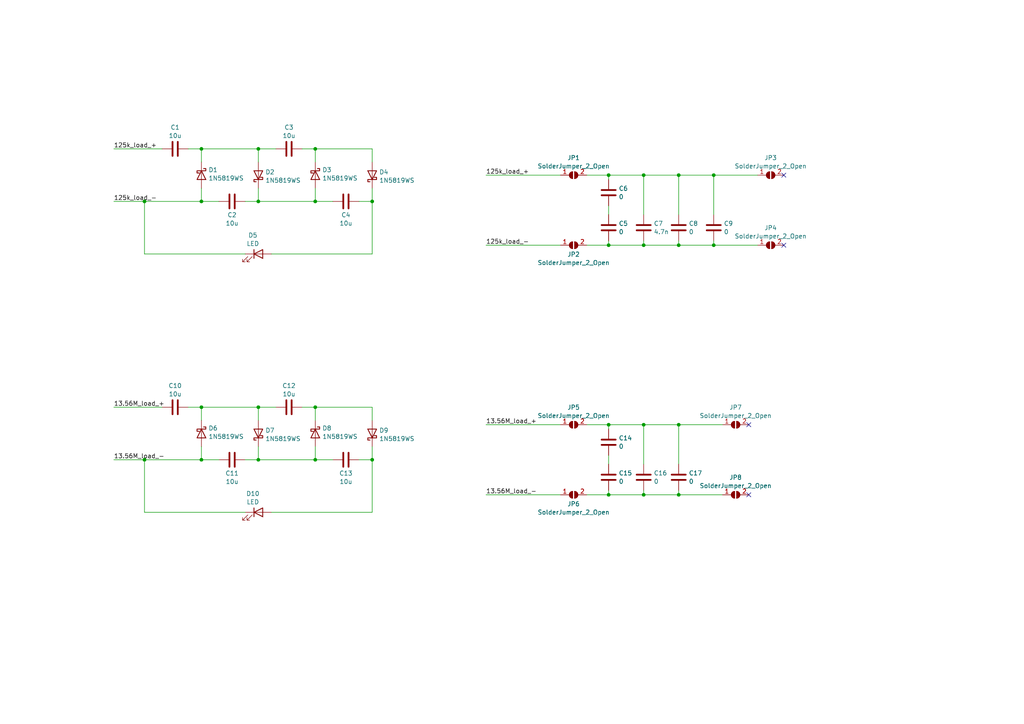
<source format=kicad_sch>
(kicad_sch (version 20230121) (generator eeschema)
  (paper "A4")
  (title_block (title "RFIDetector") (rev "0.2") (company "wh201906"))
  (lib_symbols
    (symbol "Device:C" (pin_numbers hide) (pin_names (offset 0.254))
      (property "Reference" "C" (at 0.635 2.54 0))
      (property "Value" "C" (at 0.635 -2.54 0))
      (symbol "C_0_1"
        (polyline (pts (xy -2.032 -0.762) (xy 2.032 -0.762)) (stroke (width 0.508)))
        (polyline (pts (xy -2.032 0.762) (xy 2.032 0.762)) (stroke (width 0.508)))
      )
      (symbol "C_1_1"
        (pin passive line (at 0 3.81 270) (length 2.794) (name "~") (number "1"))
        (pin passive line (at 0 -3.81 90) (length 2.794) (name "~") (number "2"))
      )
    )
    (symbol "Device:LED" (pin_numbers hide) (pin_names (offset 1.016) hide)
      (property "Reference" "D" (at 0 2.54 0))
      (property "Value" "LED" (at 0 -2.54 0))
      (symbol "LED_0_1"
        (polyline (pts (xy -1.27 -1.27) (xy -1.27 1.27)) (stroke (width 0.254)))
        (polyline (pts (xy -1.27 0) (xy 1.27 0)))
        (polyline (pts (xy 1.27 -1.27) (xy 1.27 1.27) (xy -1.27 0) (xy 1.27 -1.27)) (stroke (width 0.254)))
        (polyline (pts (xy -3.048 -0.762) (xy -4.572 -2.286) (xy -3.81 -2.286) (xy -4.572 -2.286) (xy -4.572 -1.524)))
        (polyline (pts (xy -1.778 -0.762) (xy -3.302 -2.286) (xy -2.54 -2.286) (xy -3.302 -2.286) (xy -3.302 -1.524)))
      )
      (symbol "LED_1_1"
        (pin passive line (at -3.81 0 0) (length 2.54) (name "K") (number "1"))
        (pin passive line (at 3.81 0 180) (length 2.54) (name "A") (number "2"))
      )
    )
    (symbol "Diode:1N5819WS" (pin_numbers hide) (pin_names (offset 1.016) hide)
      (property "Reference" "D" (at 0 2.54 0))
      (property "Value" "1N5819WS" (at 0 -2.54 0))
      (symbol "1N5819WS_0_1"
        (polyline (pts (xy 1.27 0) (xy -1.27 0)))
        (polyline (pts (xy 1.27 1.27) (xy 1.27 -1.27) (xy -1.27 0) (xy 1.27 1.27)) (stroke (width 0.254)))
        (polyline (pts (xy -1.905 0.635) (xy -1.905 1.27) (xy -1.27 1.27) (xy -1.27 -1.27) (xy -0.635 -1.27) (xy -0.635 -0.635)) (stroke (width 0.254)))
      )
      (symbol "1N5819WS_1_1"
        (pin passive line (at -3.81 0 0) (length 2.54) (name "K") (number "1"))
        (pin passive line (at 3.81 0 180) (length 2.54) (name "A") (number "2"))
      )
    )
    (symbol "Jumper:SolderJumper_2_Open" (pin_names (offset 0) hide)
      (property "Reference" "JP" (at 0 2.032 0))
      (property "Value" "SolderJumper_2_Open" (at 0 -2.54 0))
      (symbol "SolderJumper_2_Open_0_1"
        (arc (start -0.254 1.016) (mid -1.2656 0) (end -0.254 -1.016))
        (arc (start -0.254 1.016) (mid -1.2656 0) (end -0.254 -1.016) (fill (type outline)))
        (polyline (pts (xy -0.254 1.016) (xy -0.254 -1.016)))
        (polyline (pts (xy 0.254 1.016) (xy 0.254 -1.016)))
        (arc (start 0.254 -1.016) (mid 1.2656 0) (end 0.254 1.016))
        (arc (start 0.254 -1.016) (mid 1.2656 0) (end 0.254 1.016) (fill (type outline)))
      )
      (symbol "SolderJumper_2_Open_1_1"
        (pin passive line (at -3.81 0 0) (length 2.54) (name "A") (number "1"))
        (pin passive line (at 3.81 0 180) (length 2.54) (name "B") (number "2"))
      )
    )
  )
  (junction (at 186.69 143.51))
  (junction (at 176.53 143.51))
  (junction (at 207.01 50.8))
  (junction (at 186.69 71.12))
  (junction (at 91.44 118.11))
  (junction (at 91.44 43.18))
  (junction (at 196.85 71.12))
  (junction (at 196.85 50.8))
  (junction (at 41.91 58.42))
  (junction (at 186.69 123.19))
  (junction (at 58.42 118.11))
  (junction (at 74.93 133.35))
  (junction (at 207.01 71.12))
  (junction (at 107.95 133.35))
  (junction (at 176.53 123.19))
  (junction (at 107.95 58.42))
  (junction (at 58.42 43.18))
  (junction (at 74.93 118.11))
  (junction (at 58.42 133.35))
  (junction (at 74.93 43.18))
  (junction (at 186.69 50.8))
  (junction (at 74.93 58.42))
  (junction (at 196.85 143.51))
  (junction (at 91.44 58.42))
  (junction (at 91.44 133.35))
  (junction (at 196.85 123.19))
  (junction (at 176.53 50.8))
  (junction (at 58.42 58.42))
  (junction (at 41.91 133.35))
  (junction (at 176.53 71.12))
  (no_connect (at 227.33 50.8))
  (no_connect (at 217.17 123.19))
  (no_connect (at 227.33 71.12))
  (no_connect (at 217.17 143.51))
  (wire (pts (xy 91.44 58.42) (xy 96.52 58.42)))
  (wire (pts (xy 107.95 58.42) (xy 107.95 73.66)))
  (wire (pts (xy 58.42 129.54) (xy 58.42 133.35)))
  (wire (pts (xy 207.01 71.12) (xy 219.71 71.12)))
  (wire (pts (xy 140.97 123.19) (xy 162.56 123.19)))
  (wire (pts (xy 33.02 43.18) (xy 46.99 43.18)))
  (wire (pts (xy 186.69 123.19) (xy 196.85 123.19)))
  (wire (pts (xy 186.69 62.23) (xy 186.69 50.8)))
  (wire (pts (xy 58.42 46.99) (xy 58.42 43.18)))
  (wire (pts (xy 196.85 71.12) (xy 186.69 71.12)))
  (wire (pts (xy 58.42 118.11) (xy 74.93 118.11)))
  (wire (pts (xy 196.85 143.51) (xy 196.85 142.24)))
  (wire (pts (xy 91.44 58.42) (xy 91.44 54.61)))
  (wire (pts (xy 74.93 46.99) (xy 74.93 43.18)))
  (wire (pts (xy 107.95 148.59) (xy 78.74 148.59)))
  (wire (pts (xy 207.01 62.23) (xy 207.01 50.8)))
  (wire (pts (xy 186.69 143.51) (xy 196.85 143.51)))
  (wire (pts (xy 87.63 43.18) (xy 91.44 43.18)))
  (wire (pts (xy 33.02 118.11) (xy 46.99 118.11)))
  (wire (pts (xy 107.95 43.18) (xy 91.44 43.18)))
  (wire (pts (xy 33.02 58.42) (xy 41.91 58.42)))
  (wire (pts (xy 186.69 143.51) (xy 186.69 142.24)))
  (wire (pts (xy 91.44 133.35) (xy 96.52 133.35)))
  (wire (pts (xy 140.97 50.8) (xy 162.56 50.8)))
  (wire (pts (xy 176.53 59.69) (xy 176.53 62.23)))
  (wire (pts (xy 54.61 43.18) (xy 58.42 43.18)))
  (wire (pts (xy 107.95 73.66) (xy 78.74 73.66)))
  (wire (pts (xy 74.93 133.35) (xy 91.44 133.35)))
  (wire (pts (xy 186.69 71.12) (xy 186.69 69.85)))
  (wire (pts (xy 74.93 58.42) (xy 91.44 58.42)))
  (wire (pts (xy 41.91 58.42) (xy 58.42 58.42)))
  (wire (pts (xy 176.53 71.12) (xy 176.53 69.85)))
  (wire (pts (xy 87.63 118.11) (xy 91.44 118.11)))
  (wire (pts (xy 54.61 118.11) (xy 58.42 118.11)))
  (wire (pts (xy 196.85 71.12) (xy 196.85 69.85)))
  (wire (pts (xy 140.97 71.12) (xy 162.56 71.12)))
  (wire (pts (xy 207.01 50.8) (xy 219.71 50.8)))
  (wire (pts (xy 170.18 71.12) (xy 176.53 71.12)))
  (wire (pts (xy 71.12 58.42) (xy 74.93 58.42)))
  (wire (pts (xy 186.69 134.62) (xy 186.69 123.19)))
  (wire (pts (xy 74.93 58.42) (xy 74.93 54.61)))
  (wire (pts (xy 71.12 133.35) (xy 74.93 133.35)))
  (wire (pts (xy 176.53 71.12) (xy 186.69 71.12)))
  (wire (pts (xy 176.53 143.51) (xy 176.53 142.24)))
  (wire (pts (xy 196.85 50.8) (xy 207.01 50.8)))
  (wire (pts (xy 170.18 143.51) (xy 176.53 143.51)))
  (wire (pts (xy 74.93 118.11) (xy 80.01 118.11)))
  (wire (pts (xy 107.95 46.99) (xy 107.95 43.18)))
  (wire (pts (xy 58.42 43.18) (xy 74.93 43.18)))
  (wire (pts (xy 107.95 133.35) (xy 107.95 129.54)))
  (wire (pts (xy 41.91 148.59) (xy 41.91 133.35)))
  (wire (pts (xy 107.95 118.11) (xy 91.44 118.11)))
  (wire (pts (xy 196.85 134.62) (xy 196.85 123.19)))
  (wire (pts (xy 140.97 143.51) (xy 162.56 143.51)))
  (wire (pts (xy 196.85 62.23) (xy 196.85 50.8)))
  (wire (pts (xy 107.95 121.92) (xy 107.95 118.11)))
  (wire (pts (xy 176.53 143.51) (xy 186.69 143.51)))
  (wire (pts (xy 196.85 143.51) (xy 209.55 143.51)))
  (wire (pts (xy 207.01 69.85) (xy 207.01 71.12)))
  (wire (pts (xy 176.53 123.19) (xy 186.69 123.19)))
  (wire (pts (xy 41.91 73.66) (xy 41.91 58.42)))
  (wire (pts (xy 33.02 133.35) (xy 41.91 133.35)))
  (wire (pts (xy 104.14 58.42) (xy 107.95 58.42)))
  (wire (pts (xy 74.93 43.18) (xy 80.01 43.18)))
  (wire (pts (xy 91.44 43.18) (xy 91.44 46.99)))
  (wire (pts (xy 74.93 121.92) (xy 74.93 118.11)))
  (wire (pts (xy 91.44 118.11) (xy 91.44 121.92)))
  (wire (pts (xy 41.91 133.35) (xy 58.42 133.35)))
  (wire (pts (xy 107.95 58.42) (xy 107.95 54.61)))
  (wire (pts (xy 176.53 134.62) (xy 176.53 132.08)))
  (wire (pts (xy 107.95 133.35) (xy 107.95 148.59)))
  (wire (pts (xy 176.53 50.8) (xy 186.69 50.8)))
  (wire (pts (xy 170.18 123.19) (xy 176.53 123.19)))
  (wire (pts (xy 58.42 54.61) (xy 58.42 58.42)))
  (wire (pts (xy 207.01 71.12) (xy 196.85 71.12)))
  (wire (pts (xy 58.42 58.42) (xy 63.5 58.42)))
  (wire (pts (xy 58.42 121.92) (xy 58.42 118.11)))
  (wire (pts (xy 170.18 50.8) (xy 176.53 50.8)))
  (wire (pts (xy 71.12 148.59) (xy 41.91 148.59)))
  (wire (pts (xy 58.42 133.35) (xy 63.5 133.35)))
  (wire (pts (xy 71.12 73.66) (xy 41.91 73.66)))
  (wire (pts (xy 196.85 123.19) (xy 209.55 123.19)))
  (wire (pts (xy 104.14 133.35) (xy 107.95 133.35)))
  (wire (pts (xy 74.93 133.35) (xy 74.93 129.54)))
  (wire (pts (xy 186.69 50.8) (xy 196.85 50.8)))
  (wire (pts (xy 91.44 133.35) (xy 91.44 129.54)))
  (wire (pts (xy 176.53 52.07) (xy 176.53 50.8)))
  (wire (pts (xy 176.53 124.46) (xy 176.53 123.19)))
  (label "13.56M_load_-" (at 140.97 143.51 0))
  (label "13.56M_load_+" (at 140.97 123.19 0))
  (label "125k_load_-" (at 33.02 58.42 0))
  (label "125k_load_+" (at 140.97 50.8 0))
  (label "125k_load_-" (at 140.97 71.12 0))
  (label "125k_load_+" (at 33.02 43.18 0))
  (label "13.56M_load_-" (at 33.02 133.35 0))
  (label "13.56M_load_+" (at 33.02 118.11 0))
  (symbol (lib_id "Device:C") (at 186.69 66.04 0) (mirror y) (unit 1)
    (property "Reference" "C7" (at 189.611 64.8279 0) (effects (justify right)))
    (property "Value" "4.7n" (at 189.611 67.2521 0) (effects (justify right)))
    (property "Footprint" "Capacitor_SMD:C_0603_1608Metric_Pad1.08x0.95mm_HandSolder" (effects hide))
  )
  (symbol (lib_id "Jumper:SolderJumper_2_Open") (at 223.52 71.12 0) (unit 1)
    (property "Reference" "JP4" (at 223.52 66.0867 0))
    (property "Value" "SolderJumper_2_Open" (at 223.52 68.5109 0))
    (property "Footprint" "Jumper:SolderJumper-2_P1.3mm_Open_RoundedPad1.0x1.5mm" (effects hide))
  )
  (symbol (lib_id "Jumper:SolderJumper_2_Open") (at 166.37 50.8 0) (unit 1)
    (property "Reference" "JP1" (at 166.37 45.7667 0))
    (property "Value" "SolderJumper_2_Open" (at 166.37 48.1909 0))
    (property "Footprint" "Jumper:SolderJumper-2_P1.3mm_Open_RoundedPad1.0x1.5mm" (effects hide))
  )
  (symbol (lib_id "Device:C") (at 196.85 138.43 180) (unit 1)
    (property "Reference" "C17" (at 199.771 137.2179 0) (effects (justify right)))
    (property "Value" "0" (at 199.771 139.6421 0) (effects (justify right)))
    (property "Footprint" "Capacitor_SMD:C_0603_1608Metric_Pad1.08x0.95mm_HandSolder" (effects hide))
  )
  (symbol (lib_id "Diode:1N5819WS") (at 74.93 125.73 90) (unit 1)
    (property "Reference" "D7" (at 76.962 124.8354 90) (effects (justify right)))
    (property "Value" "1N5819WS" (at 76.962 127.2596 90) (effects (justify right)))
    (property "Footprint" "Diode_SMD:D_SOD-323_HandSoldering" (effects hide))
    (property "Datasheet" "https://datasheet.lcsc.com/lcsc/2204281430_Guangdong-Hottech-1N5819WS_C191023.pdf" (effects hide))
  )
  (symbol (lib_id "Jumper:SolderJumper_2_Open") (at 213.36 123.19 0) (unit 1)
    (property "Reference" "JP7" (at 213.36 118.1567 0))
    (property "Value" "SolderJumper_2_Open" (at 213.36 120.5809 0))
    (property "Footprint" "Jumper:SolderJumper-2_P1.3mm_Open_RoundedPad1.0x1.5mm" (effects hide))
  )
  (symbol (lib_id "Device:LED") (at 74.93 148.59 0) (unit 1)
    (property "Reference" "D10" (at 73.3425 143.1757 0))
    (property "Value" "LED" (at 73.3425 145.5999 0))
    (property "Footprint" "LED_SMD:LED_0603_1608Metric_Pad1.05x0.95mm_HandSolder" (effects hide))
  )
  (symbol (lib_id "Jumper:SolderJumper_2_Open") (at 166.37 123.19 0) (unit 1)
    (property "Reference" "JP5" (at 166.37 118.1567 0))
    (property "Value" "SolderJumper_2_Open" (at 166.37 120.5809 0))
    (property "Footprint" "Jumper:SolderJumper-2_P1.3mm_Open_RoundedPad1.0x1.5mm" (effects hide))
  )
  (symbol (lib_id "Jumper:SolderJumper_2_Open") (at 166.37 71.12 0) (unit 1)
    (property "Reference" "JP2" (at 166.37 73.7758 0))
    (property "Value" "SolderJumper_2_Open" (at 166.37 76.2 0))
    (property "Footprint" "Jumper:SolderJumper-2_P1.3mm_Open_RoundedPad1.0x1.5mm" (effects hide))
  )
  (symbol (lib_id "Device:LED") (at 74.93 73.66 0) (unit 1)
    (property "Reference" "D5" (at 73.3425 68.2457 0))
    (property "Value" "LED" (at 73.3425 70.6699 0))
    (property "Footprint" "LED_SMD:LED_0603_1608Metric_Pad1.05x0.95mm_HandSolder" (effects hide))
  )
  (symbol (lib_id "Device:C") (at 207.01 66.04 0) (mirror y) (unit 1)
    (property "Reference" "C9" (at 209.931 64.8279 0) (effects (justify right)))
    (property "Value" "0" (at 209.931 67.2521 0) (effects (justify right)))
    (property "Footprint" "Capacitor_SMD:C_0603_1608Metric_Pad1.08x0.95mm_HandSolder" (effects hide))
  )
  (symbol (lib_id "Jumper:SolderJumper_2_Open") (at 166.37 143.51 0) (unit 1)
    (property "Reference" "JP6" (at 166.37 146.1658 0))
    (property "Value" "SolderJumper_2_Open" (at 166.37 148.59 0))
    (property "Footprint" "Jumper:SolderJumper-2_P1.3mm_Open_RoundedPad1.0x1.5mm" (effects hide))
  )
  (symbol (lib_id "Diode:1N5819WS") (at 107.95 125.73 90) (unit 1)
    (property "Reference" "D9" (at 109.982 124.8354 90) (effects (justify right)))
    (property "Value" "1N5819WS" (at 109.982 127.2596 90) (effects (justify right)))
    (property "Footprint" "Diode_SMD:D_SOD-323_HandSoldering" (effects hide))
    (property "Datasheet" "https://datasheet.lcsc.com/lcsc/2204281430_Guangdong-Hottech-1N5819WS_C191023.pdf" (effects hide))
  )
  (symbol (lib_id "Device:C") (at 176.53 55.88 180) (unit 1)
    (property "Reference" "C6" (at 179.451 54.6679 0) (effects (justify right)))
    (property "Value" "0" (at 179.451 57.0921 0) (effects (justify right)))
    (property "Footprint" "Capacitor_SMD:C_0603_1608Metric_Pad1.08x0.95mm_HandSolder" (effects hide))
  )
  (symbol (lib_id "Device:C") (at 67.31 58.42 90) (unit 1)
    (property "Reference" "C2" (at 67.31 62.3458 90))
    (property "Value" "10u" (at 67.31 64.77 90))
    (property "Footprint" "Capacitor_SMD:C_0603_1608Metric_Pad1.08x0.95mm_HandSolder" (effects hide))
  )
  (symbol (lib_id "Diode:1N5819WS") (at 58.42 50.8 270) (unit 1)
    (property "Reference" "D1" (at 60.452 49.2704 90) (effects (justify left)))
    (property "Value" "1N5819WS" (at 60.452 51.6946 90) (effects (justify left)))
    (property "Footprint" "Diode_SMD:D_SOD-323_HandSoldering" (effects hide))
    (property "Datasheet" "https://datasheet.lcsc.com/lcsc/2204281430_Guangdong-Hottech-1N5819WS_C191023.pdf" (effects hide))
  )
  (symbol (lib_id "Device:C") (at 100.33 133.35 90) (unit 1)
    (property "Reference" "C13" (at 100.33 137.2758 90))
    (property "Value" "10u" (at 100.33 139.7 90))
    (property "Footprint" "Capacitor_SMD:C_0603_1608Metric_Pad1.08x0.95mm_HandSolder" (effects hide))
  )
  (symbol (lib_id "Device:C") (at 176.53 128.27 180) (unit 1)
    (property "Reference" "C14" (at 179.451 127.0579 0) (effects (justify right)))
    (property "Value" "0" (at 179.451 129.4821 0) (effects (justify right)))
    (property "Footprint" "Capacitor_SMD:C_0603_1608Metric_Pad1.08x0.95mm_HandSolder" (effects hide))
  )
  (symbol (lib_id "Device:C") (at 50.8 43.18 90) (unit 1)
    (property "Reference" "C1" (at 50.8 36.9458 90))
    (property "Value" "10u" (at 50.8 39.37 90))
    (property "Footprint" "Capacitor_SMD:C_0603_1608Metric_Pad1.08x0.95mm_HandSolder" (effects hide))
  )
  (symbol (lib_id "Device:C") (at 100.33 58.42 90) (unit 1)
    (property "Reference" "C4" (at 100.33 62.3458 90))
    (property "Value" "10u" (at 100.33 64.77 90))
    (property "Footprint" "Capacitor_SMD:C_0603_1608Metric_Pad1.08x0.95mm_HandSolder" (effects hide))
  )
  (symbol (lib_id "Jumper:SolderJumper_2_Open") (at 213.36 143.51 0) (unit 1)
    (property "Reference" "JP8" (at 213.36 138.4767 0))
    (property "Value" "SolderJumper_2_Open" (at 213.36 140.9009 0))
    (property "Footprint" "Jumper:SolderJumper-2_P1.3mm_Open_RoundedPad1.0x1.5mm" (effects hide))
  )
  (symbol (lib_id "Diode:1N5819WS") (at 74.93 50.8 90) (unit 1)
    (property "Reference" "D2" (at 76.962 49.9054 90) (effects (justify right)))
    (property "Value" "1N5819WS" (at 76.962 52.3296 90) (effects (justify right)))
    (property "Footprint" "Diode_SMD:D_SOD-323_HandSoldering" (effects hide))
    (property "Datasheet" "https://datasheet.lcsc.com/lcsc/2204281430_Guangdong-Hottech-1N5819WS_C191023.pdf" (effects hide))
  )
  (symbol (lib_id "Device:C") (at 67.31 133.35 90) (unit 1)
    (property "Reference" "C11" (at 67.31 137.2758 90))
    (property "Value" "10u" (at 67.31 139.7 90))
    (property "Footprint" "Capacitor_SMD:C_0603_1608Metric_Pad1.08x0.95mm_HandSolder" (effects hide))
  )
  (symbol (lib_id "Diode:1N5819WS") (at 91.44 50.8 270) (unit 1)
    (property "Reference" "D3" (at 93.472 49.2704 90) (effects (justify left)))
    (property "Value" "1N5819WS" (at 93.472 51.6946 90) (effects (justify left)))
    (property "Footprint" "Diode_SMD:D_SOD-323_HandSoldering" (effects hide))
    (property "Datasheet" "https://datasheet.lcsc.com/lcsc/2204281430_Guangdong-Hottech-1N5819WS_C191023.pdf" (effects hide))
  )
  (symbol (lib_id "Jumper:SolderJumper_2_Open") (at 223.52 50.8 0) (unit 1)
    (property "Reference" "JP3" (at 223.52 45.7667 0))
    (property "Value" "SolderJumper_2_Open" (at 223.52 48.1909 0))
    (property "Footprint" "Jumper:SolderJumper-2_P1.3mm_Open_RoundedPad1.0x1.5mm" (effects hide))
  )
  (symbol (lib_id "Device:C") (at 196.85 66.04 0) (mirror y) (unit 1)
    (property "Reference" "C8" (at 199.771 64.8279 0) (effects (justify right)))
    (property "Value" "0" (at 199.771 67.2521 0) (effects (justify right)))
    (property "Footprint" "Capacitor_SMD:C_0603_1608Metric_Pad1.08x0.95mm_HandSolder" (effects hide))
  )
  (symbol (lib_id "Diode:1N5819WS") (at 58.42 125.73 270) (unit 1)
    (property "Reference" "D6" (at 60.452 124.2004 90) (effects (justify left)))
    (property "Value" "1N5819WS" (at 60.452 126.6246 90) (effects (justify left)))
    (property "Footprint" "Diode_SMD:D_SOD-323_HandSoldering" (effects hide))
    (property "Datasheet" "https://datasheet.lcsc.com/lcsc/2204281430_Guangdong-Hottech-1N5819WS_C191023.pdf" (effects hide))
  )
  (symbol (lib_id "Device:C") (at 186.69 138.43 180) (unit 1)
    (property "Reference" "C16" (at 189.611 137.2179 0) (effects (justify right)))
    (property "Value" "0" (at 189.611 139.6421 0) (effects (justify right)))
    (property "Footprint" "Capacitor_SMD:C_0603_1608Metric_Pad1.08x0.95mm_HandSolder" (effects hide))
  )
  (symbol (lib_id "Diode:1N5819WS") (at 91.44 125.73 270) (unit 1)
    (property "Reference" "D8" (at 93.472 124.2004 90) (effects (justify left)))
    (property "Value" "1N5819WS" (at 93.472 126.6246 90) (effects (justify left)))
    (property "Footprint" "Diode_SMD:D_SOD-323_HandSoldering" (effects hide))
    (property "Datasheet" "https://datasheet.lcsc.com/lcsc/2204281430_Guangdong-Hottech-1N5819WS_C191023.pdf" (effects hide))
  )
  (symbol (lib_id "Device:C") (at 176.53 138.43 0) (mirror y) (unit 1)
    (property "Reference" "C15" (at 179.451 137.2179 0) (effects (justify right)))
    (property "Value" "0" (at 179.451 139.6421 0) (effects (justify right)))
    (property "Footprint" "Capacitor_SMD:C_0603_1608Metric_Pad1.08x0.95mm_HandSolder" (effects hide))
  )
  (symbol (lib_id "Diode:1N5819WS") (at 107.95 50.8 90) (unit 1)
    (property "Reference" "D4" (at 109.982 49.9054 90) (effects (justify right)))
    (property "Value" "1N5819WS" (at 109.982 52.3296 90) (effects (justify right)))
    (property "Footprint" "Diode_SMD:D_SOD-323_HandSoldering" (effects hide))
    (property "Datasheet" "https://datasheet.lcsc.com/lcsc/2204281430_Guangdong-Hottech-1N5819WS_C191023.pdf" (effects hide))
  )
  (symbol (lib_id "Device:C") (at 83.82 43.18 90) (unit 1)
    (property "Reference" "C3" (at 83.82 36.9458 90))
    (property "Value" "10u" (at 83.82 39.37 90))
    (property "Footprint" "Capacitor_SMD:C_0603_1608Metric_Pad1.08x0.95mm_HandSolder" (effects hide))
  )
  (symbol (lib_id "Device:C") (at 50.8 118.11 90) (unit 1)
    (property "Reference" "C10" (at 50.8 111.8758 90))
    (property "Value" "10u" (at 50.8 114.3 90))
    (property "Footprint" "Capacitor_SMD:C_0603_1608Metric_Pad1.08x0.95mm_HandSolder" (effects hide))
  )
  (symbol (lib_id "Device:C") (at 176.53 66.04 180) (unit 1)
    (property "Reference" "C5" (at 179.4509 64.8279 0) (effects (justify right)))
    (property "Value" "0" (at 179.4509 67.2521 0) (effects (justify right)))
    (property "Footprint" "Capacitor_SMD:C_0603_1608Metric_Pad1.08x0.95mm_HandSolder" (effects hide))
  )
  (symbol (lib_id "Device:C") (at 83.82 118.11 90) (unit 1)
    (property "Reference" "C12" (at 83.82 111.8758 90))
    (property "Value" "10u" (at 83.82 114.3 90))
    (property "Footprint" "Capacitor_SMD:C_0603_1608Metric_Pad1.08x0.95mm_HandSolder" (effects hide))
  )
)
</source>
